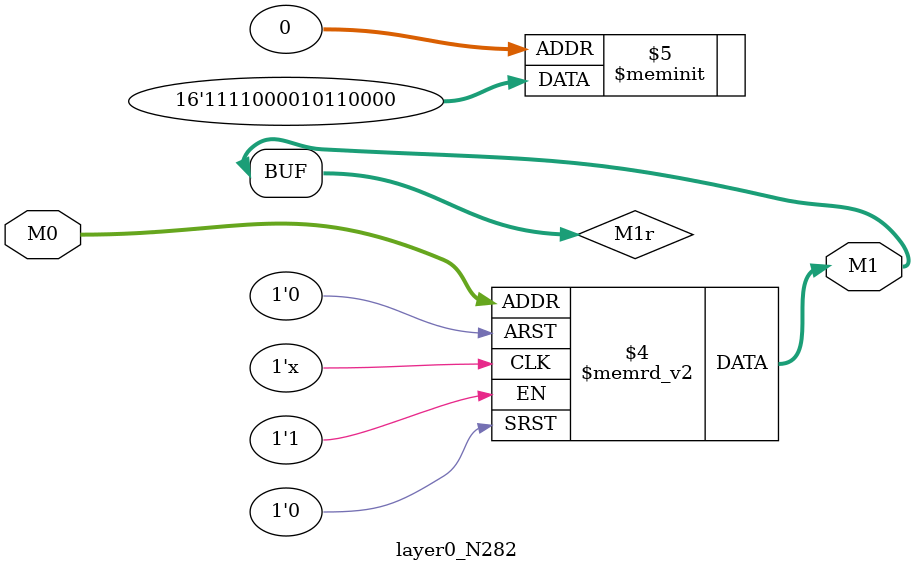
<source format=v>
module layer0_N282 ( input [2:0] M0, output [1:0] M1 );

	(*rom_style = "distributed" *) reg [1:0] M1r;
	assign M1 = M1r;
	always @ (M0) begin
		case (M0)
			3'b000: M1r = 2'b00;
			3'b100: M1r = 2'b00;
			3'b010: M1r = 2'b11;
			3'b110: M1r = 2'b11;
			3'b001: M1r = 2'b00;
			3'b101: M1r = 2'b00;
			3'b011: M1r = 2'b10;
			3'b111: M1r = 2'b11;

		endcase
	end
endmodule

</source>
